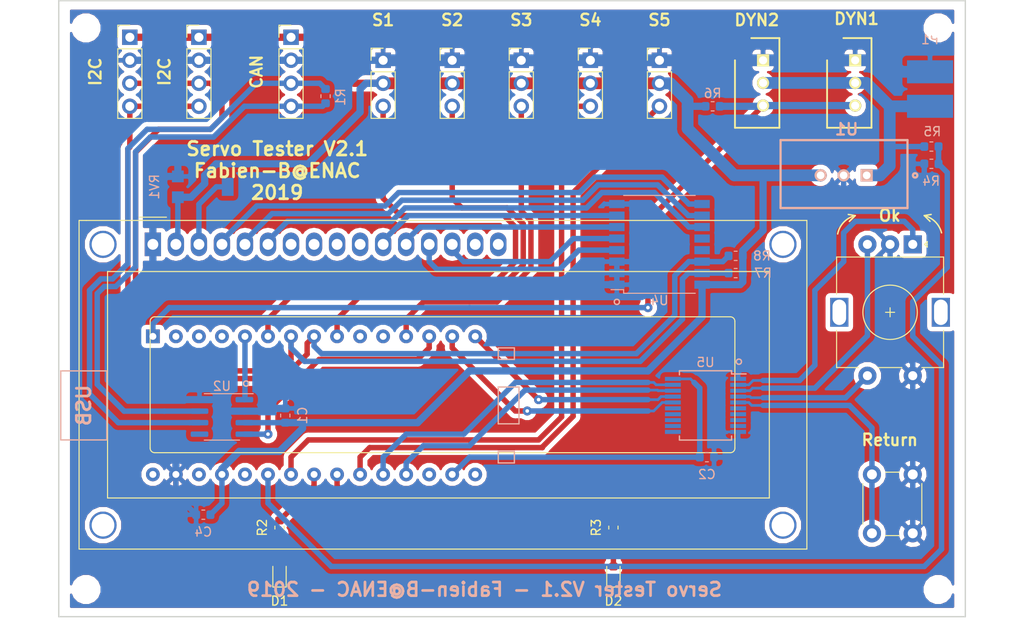
<source format=kicad_pcb>
(kicad_pcb (version 20171130) (host pcbnew 5.0.2-bee76a0~70~ubuntu18.04.1)
  (title_block (title Testeur) (date 2019-09-12) (rev 2.2) (company Fabien-B))
  (layers (0 F.Cu signal) (31 B.Cu signal) (34 B.Paste user) (35 F.Paste user) (36 B.SilkS user) (37 F.SilkS user) (38 B.Mask user) (39 F.Mask user) (44 Edge.Cuts user))
  (net 0 "")
  (net 1 GND)
  (net 2 +5V)
  (net 3 /ENC_A)
  (net 4 /ENC_B)
  (net 5 /RET_BTN)
  (net 6 /OK_BTN)
  (net 7 "Net-(D1-Pad2)")
  (net 8 "Net-(D2-Pad2)")
  (net 9 "Net-(DS1-Pad3)")
  (net 10 "Net-(DS1-Pad4)")
  (net 11 "Net-(DS1-Pad5)")
  (net 12 "Net-(DS1-Pad6)")
  (net 13 "Net-(DS1-Pad11)")
  (net 14 "Net-(DS1-Pad12)")
  (net 15 "Net-(DS1-Pad13)")
  (net 16 "Net-(DS1-Pad14)")
  (net 17 /I2C1_SDA)
  (net 18 /I2C1_SCL)
  (net 19 /SERVO1)
  (net 20 /SERVO2)
  (net 21 /SERVO3)
  (net 22 /SERVO4)
  (net 23 /SERVO5)
  (net 24 /DYNAMIXEL)
  (net 25 +12V)
  (net 26 "Net-(R2-Pad2)")
  (net 27 "Net-(R3-Pad2)")
  (net 28 /BAT_MEAS)
  (net 29 /CAN_TX)
  (net 30 /CAN_RX)
  (net 31 +3V3)
  (net 32 "Net-(CAN1-Pad4)")
  (net 33 "Net-(CAN1-Pad3)")
  (net 34 "Net-(OK1-PadS1)")
  (net 35 "Net-(OK1-PadB)")
  (net 36 "Net-(OK1-PadA)")
  (net 37 "Net-(Ret1-Pad2)")
  (module MountingHole:MountingHole_2.2mm_M2 (layer F.Cu) (at 112 127)
    (fp_text reference REF** hide)
    (fp_text value MountingHole_2.2mm_M2)
    (pad 1 np_thru_hole circle (at 0 0) (size 2.2 2.2) (drill 2.2) (layers *.Cu *.Mask))
  )
  (module MountingHole:MountingHole_2.2mm_M2 (layer F.Cu) (at 206 127)
    (fp_text reference REF** hide)
    (fp_text value MountingHole_2.2mm_M2)
    (pad 1 np_thru_hole circle (at 0 0) (size 2.2 2.2) (drill 2.2) (layers *.Cu *.Mask))
  )
  (module MountingHole:MountingHole_2.2mm_M2 (layer F.Cu) (at 206 65)
    (fp_text reference REF** hide)
    (fp_text value MountingHole_2.2mm_M2)
    (pad 1 np_thru_hole circle (at 0 0) (size 2.2 2.2) (drill 2.2) (layers *.Cu *.Mask))
  )
  (module Connector_PinHeader_2.54mm:PinHeader_1x03_P2.54mm_Vertical (layer F.Cu) (at 144.78 68.58)
    (fp_text reference S1 (at 0 -4.445) (layer F.SilkS) (effects (font (size 1.27 1.27) (thickness 0.254))))
    (fp_text value S1)
    (pad 1 thru_hole rect (at 0 0) (size 1.7 1.7) (drill 1) (layers *.Cu *.Mask) (net 1 GND))
    (pad 2 thru_hole oval (at 0 2.54) (size 1.7 1.7) (drill 1) (layers *.Cu *.Mask) (net 2 +5V))
    (pad 3 thru_hole oval (at 0 5.08) (size 1.7 1.7) (drill 1) (layers *.Cu *.Mask) (net 19 /SERVO1))
  )
  (module Capacitor_SMD:C_0603_1608Metric (layer B.Cu) (at 133.985 107.7975 270)
    (fp_text reference C1 (at 0 -1.905 90) (layer B.SilkS) (effects (justify mirror)))
    (fp_text value 100n)
    (pad 1 smd roundrect (at -0.7875 0 270) (size 0.875 0.95) (layers B.Cu B.Paste B.Mask) (net 1 GND))
    (pad 2 smd roundrect (at 0.7875 0 270) (size 0.875 0.95) (layers B.Cu B.Paste B.Mask) (net 2 +5V))
  )
  (module Capacitor_SMD:C_0603_1608Metric (layer B.Cu) (at 180.4925 112.395 180)
    (fp_text reference C2 (at 0 -1.905) (layer B.SilkS) (effects (justify mirror)))
    (fp_text value 100n)
    (pad 1 smd roundrect (at -0.7875 0 180) (size 0.875 0.95) (layers B.Cu B.Paste B.Mask) (net 1 GND))
    (pad 2 smd roundrect (at 0.7875 0 180) (size 0.875 0.95) (layers B.Cu B.Paste B.Mask) (net 31 +3V3))
  )
  (module Capacitor_SMD:C_0603_1608Metric (layer B.Cu) (at 124.9425 118.745)
    (fp_text reference C4 (at 0 1.905) (layer B.SilkS) (effects (justify mirror)))
    (fp_text value 100n)
    (pad 2 smd roundrect (at 0.7875 0) (size 0.875 0.95) (layers B.Cu B.Paste B.Mask) (net 2 +5V))
    (pad 1 smd roundrect (at -0.7875 0) (size 0.875 0.95) (layers B.Cu B.Paste B.Mask) (net 1 GND))
  )
  (module LED_SMD:LED_0603_1608Metric (layer F.Cu) (at 133.35 125.2475 90)
    (fp_text reference D1 (at -3.0225 0 180) (layer F.SilkS))
    (fp_text value LED)
    (pad 1 smd roundrect (at -0.7875 0 90) (size 0.875 0.95) (layers F.Cu F.Paste F.Mask) (net 1 GND))
    (pad 2 smd roundrect (at 0.7875 0 90) (size 0.875 0.95) (layers F.Cu F.Paste F.Mask) (net 7 "Net-(D1-Pad2)"))
  )
  (module LED_SMD:LED_0603_1608Metric (layer F.Cu) (at 170.18 125.2475 90)
    (fp_text reference D2 (at -3.0225 0 180) (layer F.SilkS))
    (fp_text value LED)
    (pad 2 smd roundrect (at 0.7875 0 90) (size 0.875 0.95) (layers F.Cu F.Paste F.Mask) (net 8 "Net-(D2-Pad2)"))
    (pad 1 smd roundrect (at -0.7875 0 90) (size 0.875 0.95) (layers F.Cu F.Paste F.Mask) (net 1 GND))
  )
  (module Display:WC1602A (layer F.Cu) (at 119.38 88.9)
    (fp_text reference DS1 hide)
    (fp_text value WC1602A)
    (pad 1 thru_hole rect (at 0 0) (size 1.8 2.6) (drill 1.2) (layers *.Cu *.Mask) (net 1 GND))
    (pad 2 thru_hole oval (at 2.54 0) (size 1.8 2.6) (drill 1.2) (layers *.Cu *.Mask) (net 2 +5V))
    (pad 3 thru_hole oval (at 5.08 0) (size 1.8 2.6) (drill 1.2) (layers *.Cu *.Mask) (net 9 "Net-(DS1-Pad3)"))
    (pad 4 thru_hole oval (at 7.62 0) (size 1.8 2.6) (drill 1.2) (layers *.Cu *.Mask) (net 10 "Net-(DS1-Pad4)"))
    (pad 5 thru_hole oval (at 10.16 0) (size 1.8 2.6) (drill 1.2) (layers *.Cu *.Mask) (net 11 "Net-(DS1-Pad5)"))
    (pad 6 thru_hole oval (at 12.7 0) (size 1.8 2.6) (drill 1.2) (layers *.Cu *.Mask) (net 12 "Net-(DS1-Pad6)"))
    (pad 7 thru_hole oval (at 15.24 0) (size 1.8 2.6) (drill 1.2) (layers *.Cu *.Mask))
    (pad 8 thru_hole oval (at 17.78 0) (size 1.8 2.6) (drill 1.2) (layers *.Cu *.Mask))
    (pad 9 thru_hole oval (at 20.32 0) (size 1.8 2.6) (drill 1.2) (layers *.Cu *.Mask))
    (pad 10 thru_hole oval (at 22.86 0) (size 1.8 2.6) (drill 1.2) (layers *.Cu *.Mask))
    (pad 11 thru_hole oval (at 25.4 0) (size 1.8 2.6) (drill 1.2) (layers *.Cu *.Mask) (net 13 "Net-(DS1-Pad11)"))
    (pad 12 thru_hole oval (at 27.94 0) (size 1.8 2.6) (drill 1.2) (layers *.Cu *.Mask) (net 14 "Net-(DS1-Pad12)"))
    (pad 13 thru_hole oval (at 30.48 0) (size 1.8 2.6) (drill 1.2) (layers *.Cu *.Mask) (net 15 "Net-(DS1-Pad13)"))
    (pad 14 thru_hole oval (at 33.02 0) (size 1.8 2.6) (drill 1.2) (layers *.Cu *.Mask) (net 16 "Net-(DS1-Pad14)"))
    (pad 15 thru_hole oval (at 35.56 0) (size 1.8 2.6) (drill 1.2) (layers *.Cu *.Mask))
    (pad 16 thru_hole oval (at 38.1 0) (size 1.8 2.6) (drill 1.2) (layers *.Cu *.Mask))
    (pad "" thru_hole circle (at -5.4991 0) (size 3 3) (drill 2.5) (layers *.Cu *.Mask))
    (pad "" thru_hole circle (at -5.4991 31.0007) (size 3 3) (drill 2.5) (layers *.Cu *.Mask))
    (pad "" thru_hole circle (at 69.49948 31.0007) (size 3 3) (drill 2.5) (layers *.Cu *.Mask))
    (pad "" thru_hole circle (at 69.5 0) (size 3 3) (drill 2.5) (layers *.Cu *.Mask))
  )
  (module Connector_PinHeader_2.54mm:PinHeader_1x04_P2.54mm_Vertical (layer F.Cu) (at 116.84 66.04)
    (fp_text reference I2C1 hide)
    (fp_text value I2C_a)
    (pad 1 thru_hole rect (at 0 0) (size 1.7 1.7) (drill 1) (layers *.Cu *.Mask) (net 2 +5V))
    (pad 2 thru_hole oval (at 0 2.54) (size 1.7 1.7) (drill 1) (layers *.Cu *.Mask) (net 1 GND))
    (pad 3 thru_hole oval (at 0 5.08) (size 1.7 1.7) (drill 1) (layers *.Cu *.Mask) (net 17 /I2C1_SDA))
    (pad 4 thru_hole oval (at 0 7.62) (size 1.7 1.7) (drill 1) (layers *.Cu *.Mask) (net 18 /I2C1_SCL))
  )
  (module Connector_PinHeader_2.54mm:PinHeader_1x04_P2.54mm_Vertical (layer F.Cu) (at 124.46 66.04)
    (fp_text reference JI2C1 hide)
    (fp_text value I2C_b)
    (pad 1 thru_hole rect (at 0 0) (size 1.7 1.7) (drill 1) (layers *.Cu *.Mask) (net 2 +5V))
    (pad 2 thru_hole oval (at 0 2.54) (size 1.7 1.7) (drill 1) (layers *.Cu *.Mask) (net 1 GND))
    (pad 3 thru_hole oval (at 0 5.08) (size 1.7 1.7) (drill 1) (layers *.Cu *.Mask) (net 17 /I2C1_SDA))
    (pad 4 thru_hole oval (at 0 7.62) (size 1.7 1.7) (drill 1) (layers *.Cu *.Mask) (net 18 /I2C1_SCL))
  )
  (module Connector_PinHeader_2.54mm:PinHeader_1x03_P2.54mm_Vertical (layer F.Cu) (at 152.4 68.58)
    (fp_text reference S2 (at 0 -4.445) (layer F.SilkS) (effects (font (size 1.27 1.27) (thickness 0.254))))
    (fp_text value S2)
    (pad 3 thru_hole oval (at 0 5.08) (size 1.7 1.7) (drill 1) (layers *.Cu *.Mask) (net 20 /SERVO2))
    (pad 2 thru_hole oval (at 0 2.54) (size 1.7 1.7) (drill 1) (layers *.Cu *.Mask) (net 2 +5V))
    (pad 1 thru_hole rect (at 0 0) (size 1.7 1.7) (drill 1) (layers *.Cu *.Mask) (net 1 GND))
  )
  (module Connector_PinHeader_2.54mm:PinHeader_1x03_P2.54mm_Vertical (layer F.Cu) (at 160.02 68.58)
    (fp_text reference S3 (at 0 -4.445) (layer F.SilkS) (effects (font (size 1.27 1.27) (thickness 0.254))))
    (fp_text value S3)
    (pad 1 thru_hole rect (at 0 0) (size 1.7 1.7) (drill 1) (layers *.Cu *.Mask) (net 1 GND))
    (pad 2 thru_hole oval (at 0 2.54) (size 1.7 1.7) (drill 1) (layers *.Cu *.Mask) (net 2 +5V))
    (pad 3 thru_hole oval (at 0 5.08) (size 1.7 1.7) (drill 1) (layers *.Cu *.Mask) (net 21 /SERVO3))
  )
  (module Connector_PinHeader_2.54mm:PinHeader_1x03_P2.54mm_Vertical (layer F.Cu) (at 167.64 68.58)
    (fp_text reference S4 (at 0 -4.445) (layer F.SilkS) (effects (font (size 1.27 1.27) (thickness 0.254))))
    (fp_text value S4)
    (pad 3 thru_hole oval (at 0 5.08) (size 1.7 1.7) (drill 1) (layers *.Cu *.Mask) (net 22 /SERVO4))
    (pad 2 thru_hole oval (at 0 2.54) (size 1.7 1.7) (drill 1) (layers *.Cu *.Mask) (net 2 +5V))
    (pad 1 thru_hole rect (at 0 0) (size 1.7 1.7) (drill 1) (layers *.Cu *.Mask) (net 1 GND))
  )
  (module Connector_PinHeader_2.54mm:PinHeader_1x03_P2.54mm_Vertical (layer F.Cu) (at 175.26 68.58)
    (fp_text reference S5 (at 0 -4.445) (layer F.SilkS) (effects (font (size 1.27 1.27) (thickness 0.254))))
    (fp_text value S5)
    (pad 1 thru_hole rect (at 0 0) (size 1.7 1.7) (drill 1) (layers *.Cu *.Mask) (net 1 GND))
    (pad 2 thru_hole oval (at 0 2.54) (size 1.7 1.7) (drill 1) (layers *.Cu *.Mask) (net 2 +5V))
    (pad 3 thru_hole oval (at 0 5.08) (size 1.7 1.7) (drill 1) (layers *.Cu *.Mask) (net 23 /SERVO5))
  )
  (module myFootprints:SHDR3W70P0X250_1X3_990X490X590P (layer F.Cu) (at 196.85 68.58 90)
    (fp_text reference DYN1 (at 4.58 0.15 180) (layer F.SilkS) (effects (font (size 1.27 1.27) (thickness 0.254))))
    (fp_text value 22-03-5035 hide)
    (pad 1 thru_hole rect (at 0 0 180) (size 1.35 1.35) (drill 0.9) (layers *.Cu *.Mask F.SilkS) (net 1 GND))
    (pad 2 thru_hole circle (at -2.5 0 180) (size 1.35 1.35) (drill 0.9) (layers *.Cu *.Mask F.SilkS) (net 25 +12V))
    (pad 3 thru_hole circle (at -5 0 180) (size 1.35 1.35) (drill 0.9) (layers *.Cu *.Mask F.SilkS) (net 24 /DYNAMIXEL))
  )
  (module myFootprints:SHDR3W70P0X250_1X3_990X490X590P (layer F.Cu) (at 186.69 68.58 90)
    (fp_text reference DYN2 (at 4.445 -0.69 180) (layer F.SilkS) (effects (font (size 1.27 1.27) (thickness 0.254))))
    (fp_text value 22-03-5035 hide)
    (pad 3 thru_hole circle (at -5 0 180) (size 1.35 1.35) (drill 0.9) (layers *.Cu *.Mask F.SilkS) (net 24 /DYNAMIXEL))
    (pad 2 thru_hole circle (at -2.5 0 180) (size 1.35 1.35) (drill 0.9) (layers *.Cu *.Mask F.SilkS) (net 25 +12V))
    (pad 1 thru_hole rect (at 0 0 180) (size 1.35 1.35) (drill 0.9) (layers *.Cu *.Mask F.SilkS) (net 1 GND))
  )
  (module Connector_PinHeader_2.54mm:PinHeader_1x04_P2.54mm_Vertical (layer F.Cu) (at 134.62 66.04)
    (fp_text reference CAN1 hide)
    (fp_text value CAN)
    (pad 4 thru_hole oval (at 0 7.62) (size 1.7 1.7) (drill 1) (layers *.Cu *.Mask) (net 32 "Net-(CAN1-Pad4)"))
    (pad 3 thru_hole oval (at 0 5.08) (size 1.7 1.7) (drill 1) (layers *.Cu *.Mask) (net 33 "Net-(CAN1-Pad3)"))
    (pad 2 thru_hole oval (at 0 2.54) (size 1.7 1.7) (drill 1) (layers *.Cu *.Mask) (net 1 GND))
    (pad 1 thru_hole rect (at 0 0) (size 1.7 1.7) (drill 1) (layers *.Cu *.Mask) (net 2 +5V))
  )
  (module myFootprints:Power_pads (layer B.Cu) (at 205.105 71.755 180)
    (fp_text reference P1 (at 0 5.461) (layer B.SilkS) (effects (justify mirror)))
    (fp_text value Power_pads)
    (pad 1 smd rect (at 0 1.905 180) (size 5.08 2.54) (layers B.Cu B.Paste B.Mask) (net 1 GND))
    (pad 2 smd rect (at 0 -1.905 180) (size 5.08 2.54) (layers B.Cu B.Paste B.Mask) (net 25 +12V))
  )
  (module Resistor_SMD:R_0603_1608Metric (layer B.Cu) (at 138.43 72.5425 90)
    (fp_text reference R1 (at -0.1015 1.651 90) (layer B.SilkS) (effects (justify mirror)))
    (fp_text value 120)
    (pad 2 smd roundrect (at 0.7875 0 90) (size 0.875 0.95) (layers B.Cu B.Paste B.Mask) (net 33 "Net-(CAN1-Pad3)"))
    (pad 1 smd roundrect (at -0.7875 0 90) (size 0.875 0.95) (layers B.Cu B.Paste B.Mask) (net 32 "Net-(CAN1-Pad4)"))
  )
  (module Resistor_SMD:R_0603_1608Metric (layer F.Cu) (at 133.35 120.1675 90)
    (fp_text reference R2 (at 0 -1.905 90) (layer F.SilkS))
    (fp_text value R)
    (pad 2 smd roundrect (at 0.7875 0 90) (size 0.875 0.95) (layers F.Cu F.Paste F.Mask) (net 26 "Net-(R2-Pad2)"))
    (pad 1 smd roundrect (at -0.7875 0 90) (size 0.875 0.95) (layers F.Cu F.Paste F.Mask) (net 7 "Net-(D1-Pad2)"))
  )
  (module Resistor_SMD:R_0603_1608Metric (layer F.Cu) (at 170.18 120.1675 90)
    (fp_text reference R3 (at 0 -1.905 90) (layer F.SilkS))
    (fp_text value R)
    (pad 1 smd roundrect (at -0.7875 0 90) (size 0.875 0.95) (layers F.Cu F.Paste F.Mask) (net 8 "Net-(D2-Pad2)"))
    (pad 2 smd roundrect (at 0.7875 0 90) (size 0.875 0.95) (layers F.Cu F.Paste F.Mask) (net 27 "Net-(R3-Pad2)"))
  )
  (module Resistor_SMD:R_0603_1608Metric (layer B.Cu) (at 205.2575 78.105)
    (fp_text reference R4 (at -0.0255 3.81) (layer B.SilkS) (effects (justify mirror)))
    (fp_text value 10k)
    (pad 1 smd roundrect (at -0.7875 0) (size 0.875 0.95) (layers B.Cu B.Paste B.Mask) (net 25 +12V))
    (pad 2 smd roundrect (at 0.7875 0) (size 0.875 0.95) (layers B.Cu B.Paste B.Mask) (net 28 /BAT_MEAS))
  )
  (module Resistor_SMD:R_0603_1608Metric (layer B.Cu) (at 205.2575 80.01 180)
    (fp_text reference R5 (at -0.1015 3.556) (layer B.SilkS) (effects (justify mirror)))
    (fp_text value 2.2k)
    (pad 2 smd roundrect (at 0.7875 0 180) (size 0.875 0.95) (layers B.Cu B.Paste B.Mask) (net 1 GND))
    (pad 1 smd roundrect (at -0.7875 0 180) (size 0.875 0.95) (layers B.Cu B.Paste B.Mask) (net 28 /BAT_MEAS))
  )
  (module Resistor_SMD:R_0603_1608Metric (layer B.Cu) (at 181.1275 73.66 180)
    (fp_text reference R6 (at 0 1.43) (layer B.SilkS) (effects (justify mirror)))
    (fp_text value 1k)
    (pad 2 smd roundrect (at 0.7875 0 180) (size 0.875 0.95) (layers B.Cu B.Paste B.Mask) (net 2 +5V))
    (pad 1 smd roundrect (at -0.7875 0 180) (size 0.875 0.95) (layers B.Cu B.Paste B.Mask) (net 24 /DYNAMIXEL))
  )
  (module Resistor_SMD:R_0603_1608Metric (layer B.Cu) (at 183.6675 92.075 180)
    (fp_text reference R7 (at -3.0225 0) (layer B.SilkS) (effects (justify mirror)))
    (fp_text value 2.2k)
    (pad 1 smd roundrect (at -0.7875 0 180) (size 0.875 0.95) (layers B.Cu B.Paste B.Mask) (net 2 +5V))
    (pad 2 smd roundrect (at 0.7875 0 180) (size 0.875 0.95) (layers B.Cu B.Paste B.Mask) (net 17 /I2C1_SDA))
  )
  (module Resistor_SMD:R_0603_1608Metric (layer B.Cu) (at 183.6675 90.17 180)
    (fp_text reference R8 (at -2.8955 0) (layer B.SilkS) (effects (justify mirror)))
    (fp_text value 2.2k)
    (pad 1 smd roundrect (at -0.7875 0 180) (size 0.875 0.95) (layers B.Cu B.Paste B.Mask) (net 2 +5V))
    (pad 2 smd roundrect (at 0.7875 0 180) (size 0.875 0.95) (layers B.Cu B.Paste B.Mask) (net 18 /I2C1_SCL))
  )
  (module myFootprints:TS53YL (layer B.Cu) (at 124.635 82.55 90)
    (fp_text reference RV1 (at 0 -5.08 90) (layer B.SilkS) (effects (justify mirror)))
    (fp_text value R_POT)
    (pad 3 smd rect (at -1.15 -2.5 90) (size 1.3 1.3) (layers B.Cu B.Paste B.Mask) (net 2 +5V))
    (pad 1 smd rect (at 1.15 -2.5 90) (size 1.3 1.3) (layers B.Cu B.Paste B.Mask) (net 1 GND))
    (pad 2 smd rect (at 0 3 90) (size 2 1.3) (layers B.Cu B.Paste B.Mask) (net 9 "Net-(DS1-Pad3)"))
  )
  (module Rotary_Encoder:RotaryEncoder_Alps_EC11E-Switch_Vertical_H20mm (layer F.Cu) (at 203.2 88.9 270)
    (fp_text reference OK1 hide)
    (fp_text value Rotary_Encoder_Switch)
    (pad S1 thru_hole circle (at 14.5 5 270) (size 2 2) (drill 1) (layers *.Cu *.Mask) (net 34 "Net-(OK1-PadS1)"))
    (pad S2 thru_hole circle (at 14.5 0 270) (size 2 2) (drill 1) (layers *.Cu *.Mask) (net 1 GND))
    (pad MP thru_hole rect (at 7.5 8.1 270) (size 3.2 2) (drill oval 2.8 1.5) (layers *.Cu *.Mask))
    (pad MP thru_hole rect (at 7.5 -3.1 270) (size 3.2 2) (drill oval 2.8 1.5) (layers *.Cu *.Mask))
    (pad B thru_hole circle (at 0 5 270) (size 2 2) (drill 1) (layers *.Cu *.Mask) (net 35 "Net-(OK1-PadB)"))
    (pad C thru_hole circle (at 0 2.5 270) (size 2 2) (drill 1) (layers *.Cu *.Mask) (net 1 GND))
    (pad A thru_hole rect (at 0 0 270) (size 2 2) (drill 1) (layers *.Cu *.Mask) (net 36 "Net-(OK1-PadA)"))
  )
  (module Button_Switch_THT:SW_PUSH_6mm_H5mm (layer F.Cu) (at 203.2 114.3 270)
    (fp_text reference Ret1 hide)
    (fp_text value return)
    (pad 2 thru_hole circle (at 0 4.5) (size 2 2) (drill 1.1) (layers *.Cu *.Mask) (net 37 "Net-(Ret1-Pad2)"))
    (pad 1 thru_hole circle (at 0 0) (size 2 2) (drill 1.1) (layers *.Cu *.Mask) (net 1 GND))
    (pad 2 thru_hole circle (at 6.5 4.5) (size 2 2) (drill 1.1) (layers *.Cu *.Mask) (net 37 "Net-(Ret1-Pad2)"))
    (pad 1 thru_hole circle (at 6.5 0) (size 2 2) (drill 1.1) (layers *.Cu *.Mask) (net 1 GND))
  )
  (module myFootprints:TSR-2 (layer B.Cu) (at 198.12 81.28 180)
    (fp_text reference U1 (at 2.217 5.08) (layer B.SilkS) (effects (font (size 1.27 1.27) (thickness 0.254)) (justify mirror)))
    (fp_text value TSR_2-2450 hide)
    (pad 1 thru_hole rect (at 0 0 90) (size 1.35 1.35) (drill 0.85) (layers *.Cu *.Mask B.SilkS) (net 25 +12V))
    (pad 2 thru_hole circle (at 2.54 0 90) (size 1.35 1.35) (drill 0.85) (layers *.Cu *.Mask B.SilkS) (net 1 GND))
    (pad 3 thru_hole circle (at 5.08 0 90) (size 1.35 1.35) (drill 0.85) (layers *.Cu *.Mask B.SilkS) (net 2 +5V))
  )
  (module Package_SO:SOIC-8_3.9x4.9mm_P1.27mm (layer B.Cu) (at 127 107.95 180)
    (fp_text reference U2 (at 0 3.4) (layer B.SilkS) (effects (justify mirror)))
    (fp_text value MCP2551-I-SN)
    (pad 1 smd roundrect (at -2.475 1.905 180) (size 1.95 0.6) (layers B.Cu B.Paste B.Mask) (net 29 /CAN_TX))
    (pad 2 smd roundrect (at -2.475 0.635 180) (size 1.95 0.6) (layers B.Cu B.Paste B.Mask) (net 1 GND))
    (pad 3 smd roundrect (at -2.475 -0.635 180) (size 1.95 0.6) (layers B.Cu B.Paste B.Mask) (net 2 +5V))
    (pad 4 smd roundrect (at -2.475 -1.905 180) (size 1.95 0.6) (layers B.Cu B.Paste B.Mask) (net 30 /CAN_RX))
    (pad 5 smd roundrect (at 2.475 -1.905 180) (size 1.95 0.6) (layers B.Cu B.Paste B.Mask))
    (pad 6 smd roundrect (at 2.475 -0.635 180) (size 1.95 0.6) (layers B.Cu B.Paste B.Mask) (net 33 "Net-(CAN1-Pad3)"))
    (pad 7 smd roundrect (at 2.475 0.635 180) (size 1.95 0.6) (layers B.Cu B.Paste B.Mask) (net 32 "Net-(CAN1-Pad4)"))
    (pad 8 smd roundrect (at 2.475 1.905 180) (size 1.95 0.6) (layers B.Cu B.Paste B.Mask) (net 1 GND))
  )
  (module myFootprints:NUCLEO32 (layer B.Cu) (at 137.16 106.68 270)
    (fp_text reference U3 hide)
    (fp_text value NUCLEO32-L432KC hide)
    (pad 8 thru_hole circle (at -7.62 0 270) (size 1.524 1.524) (drill 0.762) (layers *.Cu *.Mask) (net 18 /I2C1_SCL))
    (pad 7 thru_hole circle (at -7.62 2.54 270) (size 1.524 1.524) (drill 0.762) (layers *.Cu *.Mask) (net 17 /I2C1_SDA))
    (pad 6 thru_hole circle (at -7.62 5.08 270) (size 1.524 1.524) (drill 0.762) (layers *.Cu *.Mask) (net 19 /SERVO1))
    (pad 5 thru_hole circle (at -7.62 7.62 270) (size 1.524 1.524) (drill 0.762) (layers *.Cu *.Mask) (net 29 /CAN_TX))
    (pad 4 thru_hole circle (at -7.62 10.16 270) (size 1.524 1.524) (drill 0.762) (layers *.Cu *.Mask))
    (pad 3 thru_hole circle (at -7.62 12.7 270) (size 1.524 1.524) (drill 0.762) (layers *.Cu *.Mask))
    (pad 2 thru_hole circle (at -7.62 15.24 270) (size 1.524 1.524) (drill 0.762) (layers *.Cu *.Mask))
    (pad 1 thru_hole rect (at -7.62 17.78 270) (size 1.524 1.524) (drill 0.762) (layers *.Cu *.Mask) (net 24 /DYNAMIXEL))
    (pad 9 thru_hole circle (at -7.62 -2.54 270) (size 1.524 1.524) (drill 0.762) (layers *.Cu *.Mask) (net 20 /SERVO2))
    (pad 10 thru_hole circle (at -7.62 -5.08 270) (size 1.524 1.524) (drill 0.762) (layers *.Cu *.Mask))
    (pad 11 thru_hole circle (at -7.62 -7.62 270) (size 1.524 1.524) (drill 0.762) (layers *.Cu *.Mask))
    (pad 12 thru_hole circle (at -7.62 -10.16 270) (size 1.524 1.524) (drill 0.762) (layers *.Cu *.Mask) (net 21 /SERVO3))
    (pad 13 thru_hole circle (at -7.62 -12.7 270) (size 1.524 1.524) (drill 0.762) (layers *.Cu *.Mask) (net 30 /CAN_RX))
    (pad 14 thru_hole circle (at -7.62 -15.24 270) (size 1.524 1.524) (drill 0.762) (layers *.Cu *.Mask) (net 5 /RET_BTN))
    (pad 15 thru_hole circle (at -7.62 -17.78 270) (size 1.524 1.524) (drill 0.762) (layers *.Cu *.Mask) (net 6 /OK_BTN))
    (pad 30 thru_hole circle (at 7.62 17.78 270) (size 1.524 1.524) (drill 0.762) (layers *.Cu *.Mask))
    (pad 29 thru_hole circle (at 7.62 15.24 270) (size 1.524 1.524) (drill 0.762) (layers *.Cu *.Mask) (net 1 GND))
    (pad 28 thru_hole circle (at 7.62 12.7 270) (size 1.524 1.524) (drill 0.762) (layers *.Cu *.Mask))
    (pad 27 thru_hole circle (at 7.62 10.16 270) (size 1.524 1.524) (drill 0.762) (layers *.Cu *.Mask) (net 2 +5V))
    (pad 26 thru_hole circle (at 7.62 7.62 270) (size 1.524 1.524) (drill 0.762) (layers *.Cu *.Mask))
    (pad 25 thru_hole circle (at 7.62 5.08 270) (size 1.524 1.524) (drill 0.762) (layers *.Cu *.Mask) (net 28 /BAT_MEAS))
    (pad 24 thru_hole circle (at 7.62 2.54 270) (size 1.524 1.524) (drill 0.762) (layers *.Cu *.Mask) (net 22 /SERVO4))
    (pad 23 thru_hole circle (at 7.62 0 270) (size 1.524 1.524) (drill 0.762) (layers *.Cu *.Mask) (net 26 "Net-(R2-Pad2)"))
    (pad 22 thru_hole circle (at 7.62 -2.54 270) (size 1.524 1.524) (drill 0.762) (layers *.Cu *.Mask) (net 27 "Net-(R3-Pad2)"))
    (pad 21 thru_hole circle (at 7.62 -5.08 270) (size 1.524 1.524) (drill 0.762) (layers *.Cu *.Mask) (net 23 /SERVO5))
    (pad 20 thru_hole circle (at 7.62 -7.62 270) (size 1.524 1.524) (drill 0.762) (layers *.Cu *.Mask) (net 3 /ENC_A))
    (pad 19 thru_hole circle (at 7.62 -10.16 270) (size 1.524 1.524) (drill 0.762) (layers *.Cu *.Mask) (net 4 /ENC_B))
    (pad 18 thru_hole circle (at 7.62 -12.7 270) (size 1.524 1.524) (drill 0.762) (layers *.Cu *.Mask))
    (pad 17 thru_hole circle (at 7.62 -15.24 270) (size 1.524 1.524) (drill 0.762) (layers *.Cu *.Mask) (net 31 +3V3))
    (pad 16 thru_hole circle (at 7.62 -17.78 270) (size 1.524 1.524) (drill 0.762) (layers *.Cu *.Mask))
  )
  (module myFootprints:SOP-16_7.5x10.4mm_P1.27mm (layer B.Cu) (at 175.26 88.9)
    (fp_text reference U4 (at 0 6.2) (layer B.SilkS) (effects (justify mirror)))
    (fp_text value PCA9554D)
    (pad 16 smd rect (at 4.7 4.45) (size 1.7 0.9) (layers B.Cu B.Paste B.Mask) (net 2 +5V))
    (pad 15 smd rect (at 4.7 3.17) (size 1.7 0.9) (layers B.Cu B.Paste B.Mask) (net 17 /I2C1_SDA))
    (pad 14 smd rect (at 4.7 1.91) (size 1.7 0.9) (layers B.Cu B.Paste B.Mask) (net 18 /I2C1_SCL))
    (pad 13 smd rect (at 4.7 0.64) (size 1.7 0.9) (layers B.Cu B.Paste B.Mask))
    (pad 12 smd rect (at 4.7 -0.64) (size 1.7 0.9) (layers B.Cu B.Paste B.Mask))
    (pad 11 smd rect (at 4.7 -1.91) (size 1.7 0.9) (layers B.Cu B.Paste B.Mask) (net 12 "Net-(DS1-Pad6)"))
    (pad 10 smd rect (at 4.7 -3.17) (size 1.7 0.9) (layers B.Cu B.Paste B.Mask) (net 11 "Net-(DS1-Pad5)"))
    (pad 9 smd rect (at 4.7 -4.45) (size 1.7 0.9) (layers B.Cu B.Paste B.Mask) (net 10 "Net-(DS1-Pad4)"))
    (pad 8 smd rect (at -4.7 -4.45) (size 1.7 0.9) (layers B.Cu B.Paste B.Mask) (net 1 GND))
    (pad 7 smd rect (at -4.7 -3.17) (size 1.7 0.9) (layers B.Cu B.Paste B.Mask) (net 13 "Net-(DS1-Pad11)"))
    (pad 6 smd rect (at -4.7 -1.91) (size 1.7 0.9) (layers B.Cu B.Paste B.Mask) (net 14 "Net-(DS1-Pad12)"))
    (pad 5 smd rect (at -4.7 -0.64) (size 1.7 0.9) (layers B.Cu B.Paste B.Mask) (net 16 "Net-(DS1-Pad14)"))
    (pad 4 smd rect (at -4.7 0.64) (size 1.7 0.9) (layers B.Cu B.Paste B.Mask) (net 15 "Net-(DS1-Pad13)"))
    (pad 3 smd rect (at -4.7 1.91) (size 1.7 0.9) (layers B.Cu B.Paste B.Mask) (net 1 GND))
    (pad 2 smd rect (at -4.7 3.17) (size 1.7 0.9) (layers B.Cu B.Paste B.Mask) (net 1 GND))
    (pad 1 smd rect (at -4.7 4.45) (size 1.7 0.9) (layers B.Cu B.Paste B.Mask) (net 1 GND))
  )
  (module Package_SO:SSOP-20_5.3x7.2mm_P0.65mm (layer B.Cu) (at 180.34 106.68 180)
    (fp_text reference U5 (at 0 4.75) (layer B.SilkS) (effects (justify mirror)))
    (fp_text value MAX6818)
    (pad 1 smd rect (at -3.6 2.925 180) (size 1.75 0.45) (layers B.Cu B.Paste B.Mask) (net 1 GND))
    (pad 2 smd rect (at -3.6 2.275 180) (size 1.75 0.45) (layers B.Cu B.Paste B.Mask) (net 36 "Net-(OK1-PadA)"))
    (pad 3 smd rect (at -3.6 1.625 180) (size 1.75 0.45) (layers B.Cu B.Paste B.Mask) (net 35 "Net-(OK1-PadB)"))
    (pad 4 smd rect (at -3.6 0.975 180) (size 1.75 0.45) (layers B.Cu B.Paste B.Mask) (net 34 "Net-(OK1-PadS1)"))
    (pad 5 smd rect (at -3.6 0.325 180) (size 1.75 0.45) (layers B.Cu B.Paste B.Mask) (net 37 "Net-(Ret1-Pad2)"))
    (pad 6 smd rect (at -3.6 -0.325 180) (size 1.75 0.45) (layers B.Cu B.Paste B.Mask))
    (pad 7 smd rect (at -3.6 -0.975 180) (size 1.75 0.45) (layers B.Cu B.Paste B.Mask))
    (pad 8 smd rect (at -3.6 -1.625 180) (size 1.75 0.45) (layers B.Cu B.Paste B.Mask))
    (pad 9 smd rect (at -3.6 -2.275 180) (size 1.75 0.45) (layers B.Cu B.Paste B.Mask))
    (pad 10 smd rect (at -3.6 -2.925 180) (size 1.75 0.45) (layers B.Cu B.Paste B.Mask) (net 1 GND))
    (pad 11 smd rect (at 3.6 -2.925 180) (size 1.75 0.45) (layers B.Cu B.Paste B.Mask))
    (pad 12 smd rect (at 3.6 -2.275 180) (size 1.75 0.45) (layers B.Cu B.Paste B.Mask))
    (pad 13 smd rect (at 3.6 -1.625 180) (size 1.75 0.45) (layers B.Cu B.Paste B.Mask))
    (pad 14 smd rect (at 3.6 -0.975 180) (size 1.75 0.45) (layers B.Cu B.Paste B.Mask))
    (pad 15 smd rect (at 3.6 -0.325 180) (size 1.75 0.45) (layers B.Cu B.Paste B.Mask))
    (pad 16 smd rect (at 3.6 0.325 180) (size 1.75 0.45) (layers B.Cu B.Paste B.Mask) (net 5 /RET_BTN))
    (pad 17 smd rect (at 3.6 0.975 180) (size 1.75 0.45) (layers B.Cu B.Paste B.Mask) (net 6 /OK_BTN))
    (pad 18 smd rect (at 3.6 1.625 180) (size 1.75 0.45) (layers B.Cu B.Paste B.Mask) (net 4 /ENC_B))
    (pad 19 smd rect (at 3.6 2.275 180) (size 1.75 0.45) (layers B.Cu B.Paste B.Mask) (net 3 /ENC_A))
    (pad 20 smd rect (at 3.6 2.925 180) (size 1.75 0.45) (layers B.Cu B.Paste B.Mask) (net 31 +3V3))
  )
  (module MountingHole:MountingHole_2.2mm_M2 (layer F.Cu) (at 112 65)
    (fp_text reference REF** hide)
    (fp_text value MountingHole_2.2mm_M2)
    (pad 1 np_thru_hole circle (at 0 0) (size 2.2 2.2) (drill 2.2) (layers *.Cu *.Mask))
  )
  (gr_text USB (at 111.76 106.68 90) (layer B.SilkS) (effects (font (size 1.5 1.5) (thickness 0.3)) (justify mirror)))
  (gr_text "Servo Tester V2.1 - Fabien-B@ENAC - 2019" (at 155.956 127) (layer B.SilkS) (effects (font (size 1.5 1.5) (thickness 0.3)) (justify mirror)))
  (gr_text "Servo Tester V2.1\nFabien-B@ENAC\n2019" (at 133.096 80.772) (layer F.SilkS) (effects (font (size 1.5 1.5) (thickness 0.3))))
  (gr_text CAN (at 130.81 69.85 90) (layer F.SilkS) (effects (font (size 1.27 1.27) (thickness 0.254))))
  (gr_text I2C (at 120.65 69.85 90) (layer F.SilkS) (effects (font (size 1.27 1.27) (thickness 0.254))))
  (gr_text I2C (at 113.03 69.85 90) (layer F.SilkS) (effects (font (size 1.27 1.27) (thickness 0.254))))
  (gr_line (start 204.47 85.725001) (end 205.232 85.598) (layer F.SilkS) (width 0.16))
  (gr_line (start 196.850001 85.725001) (end 196.088 85.598) (layer F.SilkS) (width 0.16))
  (gr_line (start 204.47 85.725001) (end 205.105 86.36) (layer F.SilkS) (width 0.16))
  (gr_line (start 196.215 86.36) (end 196.850001 85.725001) (layer F.SilkS) (width 0.16))
  (gr_line (start 196.850001 85.725001) (end 196.215 86.36) (layer F.SilkS) (width 0.16))
  (gr_arc (start 203.835 88.265) (end 206.374999 87.630001) (angle -61.92751306) (layer F.SilkS) (width 0.16))
  (gr_arc (start 197.485 88.265) (end 196.850001 85.725001) (angle -64.65382406) (layer F.SilkS) (width 0.16))
  (gr_text Ok (at 200.66 85.725) (layer F.SilkS) (effects (font (size 1.27 1.27) (thickness 0.254))))
  (gr_text Return (at 200.66 110.49) (layer F.SilkS) (effects (font (size 1.27 1.27) (thickness 0.254))))
  (gr_circle (center 170.561 95.25) (end 170.815 95.377) (layer B.SilkS) (width 0.16))
  (gr_circle (center 184.023 101.854) (end 184.277 101.981) (layer B.SilkS) (width 0.16))
  (gr_circle (center 129.667 104.267) (end 129.921 104.394) (layer B.SilkS) (width 0.16))
  (gr_line (start 109 62) (end 109 130) (layer Edge.Cuts) (width 0.15))
  (gr_line (start 209 62) (end 109 62) (layer Edge.Cuts) (width 0.15))
  (gr_line (start 209 130) (end 209 62) (layer Edge.Cuts) (width 0.15))
  (gr_line (start 109 130) (end 209 130) (layer Edge.Cuts) (width 0.15))
  (segment (start 170.56 90.81) (end 170.56 92.07) (width 0.6) (layer B.Cu) (net 1))
  (segment (start 170.56 92.07) (end 170.56 93.35) (width 0.6) (layer B.Cu) (net 1))
  (segment (start 172.01 90.81) (end 172.72 90.1) (width 0.6) (layer B.Cu) (net 1))
  (segment (start 170.56 90.81) (end 172.01 90.81) (width 0.6) (layer B.Cu) (net 1))
  (segment (start 172.72 90.1) (end 172.72 85.09) (width 0.6) (layer B.Cu) (net 1))
  (segment (start 172.08 84.45) (end 170.56 84.45) (width 0.6) (layer B.Cu) (net 1))
  (segment (start 172.72 85.09) (end 172.08 84.45) (width 0.6) (layer B.Cu) (net 1))
  (segment (start 175.26 68.58) (end 167.64 68.58) (width 1.3) (layer B.Cu) (net 1))
  (segment (start 167.64 68.58) (end 160.02 68.58) (width 1.3) (layer B.Cu) (net 1))
  (segment (start 160.02 68.58) (end 152.4 68.58) (width 1.3) (layer B.Cu) (net 1))
  (segment (start 152.4 68.58) (end 144.78 68.58) (width 1.3) (layer B.Cu) (net 1))
  (segment (start 134.62 68.58) (end 124.46 68.58) (width 0.8) (layer B.Cu) (net 1))
  (segment (start 124.46 68.58) (end 116.84 68.58) (width 0.8) (layer B.Cu) (net 1))
  (segment (start 186.69 68.58) (end 196.85 68.58) (width 1.3) (layer B.Cu) (net 1))
  (segment (start 186.69 68.58) (end 175.26 68.58) (width 1.3) (layer B.Cu) (net 1))
  (segment (start 195.58 81.28) (end 195.58 79.375) (width 1.3) (layer F.Cu) (net 1))
  (segment (start 195.58 79.375) (end 194.31 78.105) (width 1.3) (layer F.Cu) (net 1))
  (segment (start 194.31 78.105) (end 194.31 69.215) (width 1.3) (layer F.Cu) (net 1))
  (segment (start 194.945 68.58) (end 196.85 68.58) (width 1.3) (layer F.Cu) (net 1))
  (segment (start 194.31 69.215) (end 194.945 68.58) (width 1.3) (layer F.Cu) (net 1))
  (segment (start 124.525 106.045) (end 126.365 106.045) (width 0.8) (layer B.Cu) (net 1))
  (segment (start 127.635 107.315) (end 129.475 107.315) (width 0.8) (layer B.Cu) (net 1))
  (segment (start 133.985 107.01) (end 132.385 107.01) (width 0.8) (layer B.Cu) (net 1))
  (segment (start 132.08 107.315) (end 129.475 107.315) (width 0.8) (layer B.Cu) (net 1))
  (segment (start 132.385 107.01) (end 132.08 107.315) (width 0.8) (layer B.Cu) (net 1))
  (segment (start 119.38 87) (end 119.38 88.9) (width 0.8) (layer B.Cu) (net 1))
  (segment (start 120.885 81.4) (end 119.38 82.905) (width 0.8) (layer B.Cu) (net 1))
  (segment (start 119.38 82.905) (end 119.38 87) (width 0.8) (layer B.Cu) (net 1))
  (segment (start 122.135 81.4) (end 120.885 81.4) (width 0.8) (layer B.Cu) (net 1))
  (segment (start 203.2 120.8) (end 203.2 114.3) (width 0.6) (layer B.Cu) (net 1))
  (segment (start 203.2 114.3) (end 203.2 103.4) (width 0.6) (layer B.Cu) (net 1))
  (segment (start 200.7 90.314213) (end 200.7 88.9) (width 0.6) (layer B.Cu) (net 1))
  (segment (start 203.2 101.985787) (end 200.7 99.485787) (width 0.6) (layer B.Cu) (net 1))
  (segment (start 203.2 103.4) (end 203.2 101.985787) (width 0.6) (layer B.Cu) (net 1))
  (segment (start 170.18 126.035) (end 133.35 126.035) (width 0.6) (layer F.Cu) (net 1))
  (segment (start 121.92 116.51) (end 124.155 118.745) (width 0.6) (layer B.Cu) (net 1))
  (segment (start 121.92 114.3) (end 121.92 116.51) (width 0.6) (layer B.Cu) (net 1))
  (segment (start 126.67 126.035) (end 133.35 126.035) (width 0.6) (layer F.Cu) (net 1))
  (segment (start 121.92 114.3) (end 121.92 121.285) (width 0.6) (layer F.Cu) (net 1))
  (segment (start 121.92 121.285) (end 126.67 126.035) (width 0.6) (layer F.Cu) (net 1))
  (segment (start 122.135 79.95) (end 123.345 78.74) (width 0.8) (layer B.Cu) (net 1))
  (segment (start 122.135 81.4) (end 122.135 79.95) (width 0.8) (layer B.Cu) (net 1))
  (segment (start 123.345 78.74) (end 135.89 78.74) (width 0.8) (layer B.Cu) (net 1))
  (segment (start 140.97 73.66) (end 140.97 68.58) (width 0.8) (layer B.Cu) (net 1))
  (segment (start 135.89 78.74) (end 140.97 73.66) (width 0.8) (layer B.Cu) (net 1))
  (segment (start 144.78 68.58) (end 140.97 68.58) (width 0.8) (layer B.Cu) (net 1))
  (segment (start 140.97 68.58) (end 134.62 68.58) (width 0.8) (layer B.Cu) (net 1))
  (segment (start 181.28 110.82) (end 181.28 112.395) (width 0.4) (layer B.Cu) (net 1))
  (segment (start 183.94 109.605) (end 182.495 109.605) (width 0.3) (layer B.Cu) (net 1))
  (segment (start 182.495 109.605) (end 181.28 110.82) (width 0.4) (layer B.Cu) (net 1))
  (segment (start 119.38 88.9) (end 119.38 93.345) (width 0.8) (layer B.Cu) (net 1))
  (segment (start 119.38 93.345) (end 116.84 95.885) (width 0.8) (layer B.Cu) (net 1))
  (segment (start 116.84 102.235) (end 120.65 106.045) (width 0.8) (layer B.Cu) (net 1))
  (segment (start 116.84 95.885) (end 116.84 102.235) (width 0.8) (layer B.Cu) (net 1))
  (segment (start 120.65 106.045) (end 124.525 106.045) (width 0.8) (layer B.Cu) (net 1))
  (segment (start 119.385 93.35) (end 119.38 93.345) (width 0.8) (layer B.Cu) (net 1))
  (segment (start 170.56 93.35) (end 119.385 93.35) (width 0.8) (layer B.Cu) (net 1))
  (segment (start 183.94 103.23) (end 184.15 103.02) (width 0.3) (layer B.Cu) (net 1))
  (segment (start 183.94 103.755) (end 183.94 103.23) (width 0.3) (layer B.Cu) (net 1))
  (segment (start 184.15 103.02) (end 184.15 102.235) (width 0.3) (layer B.Cu) (net 1))
  (segment (start 195.58 85.09) (end 195.58 81.28) (width 0.6) (layer B.Cu) (net 1))
  (segment (start 194.31 86.36) (end 195.58 85.09) (width 0.6) (layer B.Cu) (net 1))
  (segment (start 194.31 90.17) (end 194.31 86.36) (width 0.6) (layer B.Cu) (net 1))
  (segment (start 184.15 102.235) (end 184.15 101.6) (width 0.6) (layer B.Cu) (net 1))
  (segment (start 184.15 101.6) (end 185.42 100.33) (width 0.6) (layer B.Cu) (net 1))
  (segment (start 185.42 100.33) (end 189.865 100.33) (width 0.6) (layer B.Cu) (net 1))
  (segment (start 191.135 93.345) (end 194.31 90.17) (width 0.6) (layer B.Cu) (net 1))
  (segment (start 189.865 100.33) (end 191.135 99.06) (width 0.6) (layer B.Cu) (net 1))
  (segment (start 191.135 99.06) (end 191.135 93.345) (width 0.6) (layer B.Cu) (net 1))
  (segment (start 200.7 92.115) (end 200.7 90.314213) (width 0.6) (layer B.Cu) (net 1))
  (segment (start 204.43 92.115) (end 200.7 92.115) (width 0.6) (layer B.Cu) (net 1))
  (segment (start 203.835 85.09) (end 205.74 86.995) (width 0.6) (layer B.Cu) (net 1))
  (segment (start 200.7 99.485787) (end 200.7 92.115) (width 0.6) (layer B.Cu) (net 1))
  (segment (start 195.58 85.09) (end 203.835 85.09) (width 0.6) (layer B.Cu) (net 1))
  (segment (start 205.74 86.995) (end 205.74 90.805) (width 0.6) (layer B.Cu) (net 1))
  (segment (start 205.74 90.805) (end 204.43 92.115) (width 0.6) (layer B.Cu) (net 1))
  (segment (start 127 106.68) (end 127.635 107.315) (width 0.8) (layer B.Cu) (net 1))
  (segment (start 126.365 106.045) (end 127 106.68) (width 0.8) (layer B.Cu) (net 1))
  (segment (start 121.92 112.395) (end 121.92 114.3) (width 0.8) (layer B.Cu) (net 1))
  (segment (start 122.555 111.76) (end 121.92 112.395) (width 0.8) (layer B.Cu) (net 1))
  (segment (start 125.73 111.76) (end 122.555 111.76) (width 0.8) (layer B.Cu) (net 1))
  (segment (start 127 106.68) (end 127 110.49) (width 0.8) (layer B.Cu) (net 1))
  (segment (start 127 110.49) (end 125.73 111.76) (width 0.8) (layer B.Cu) (net 1))
  (segment (start 204.47 84.455) (end 203.835 85.09) (width 0.6) (layer B.Cu) (net 1))
  (segment (start 204.47 80.01) (end 204.47 84.455) (width 0.6) (layer B.Cu) (net 1))
  (segment (start 170.641612 126.496612) (end 171.318388 126.496612) (width 0.6) (layer F.Cu) (net 1))
  (segment (start 170.18 126.035) (end 170.641612 126.496612) (width 0.6) (layer F.Cu) (net 1))
  (segment (start 171.318388 126.496612) (end 173.99 123.825) (width 0.6) (layer F.Cu) (net 1))
  (segment (start 200.175 123.825) (end 203.2 120.8) (width 0.6) (layer F.Cu) (net 1))
  (segment (start 173.99 123.825) (end 200.175 123.825) (width 0.6) (layer F.Cu) (net 1))
  (segment (start 203.2 120.8) (end 200.81 123.19) (width 0.6) (layer B.Cu) (net 1))
  (segment (start 200.81 123.19) (end 196.215 123.19) (width 0.6) (layer B.Cu) (net 1))
  (segment (start 196.215 123.19) (end 193.04 120.015) (width 0.6) (layer B.Cu) (net 1))
  (segment (start 193.04 120.015) (end 193.04 114.3) (width 0.6) (layer B.Cu) (net 1))
  (segment (start 193.04 114.3) (end 191.135 112.395) (width 0.6) (layer B.Cu) (net 1))
  (segment (start 191.135 112.395) (end 182.245 112.395) (width 0.6) (layer B.Cu) (net 1))
  (segment (start 182.245 112.395) (end 181.28 112.395) (width 0.6) (layer B.Cu) (net 1))
  (segment (start 205.105 69.85) (end 201.93 69.85) (width 1.3) (layer B.Cu) (net 1))
  (segment (start 201.93 69.85) (end 200.66 68.58) (width 1.3) (layer B.Cu) (net 1))
  (segment (start 200.66 68.58) (end 196.85 68.58) (width 1.3) (layer B.Cu) (net 1))
  (segment (start 116.84 66.04) (end 124.46 66.04) (width 0.8) (layer F.Cu) (net 2))
  (segment (start 124.46 66.04) (end 134.62 66.04) (width 0.8) (layer F.Cu) (net 2))
  (segment (start 134.62 66.04) (end 136.525 66.04) (width 0.8) (layer F.Cu) (net 2))
  (segment (start 141.605 71.12) (end 144.78 71.12) (width 0.8) (layer F.Cu) (net 2))
  (segment (start 136.525 66.04) (end 141.605 71.12) (width 0.8) (layer F.Cu) (net 2))
  (segment (start 144.78 71.12) (end 152.4 71.12) (width 1.3) (layer F.Cu) (net 2))
  (segment (start 152.4 71.12) (end 160.02 71.12) (width 1.3) (layer F.Cu) (net 2))
  (segment (start 160.02 71.12) (end 167.64 71.12) (width 1.3) (layer F.Cu) (net 2))
  (segment (start 167.64 71.12) (end 175.26 71.12) (width 1.3) (layer F.Cu) (net 2))
  (segment (start 133.985 108.585) (end 129.475 108.585) (width 0.6) (layer B.Cu) (net 2))
  (segment (start 184.455 90.17) (end 184.455 92.075) (width 0.8) (layer B.Cu) (net 2))
  (segment (start 179.96 93.35) (end 184.145 93.35) (width 0.8) (layer B.Cu) (net 2))
  (segment (start 184.455 93.04) (end 184.455 92.075) (width 0.8) (layer B.Cu) (net 2))
  (segment (start 184.145 93.35) (end 184.455 93.04) (width 0.8) (layer B.Cu) (net 2))
  (segment (start 122.135 88.685) (end 121.92 88.9) (width 0.6) (layer B.Cu) (net 2))
  (segment (start 122.135 83.7) (end 122.135 88.685) (width 0.6) (layer B.Cu) (net 2))
  (segment (start 127 117.475) (end 125.73 118.745) (width 0.6) (layer B.Cu) (net 2))
  (segment (start 127 114.3) (end 127 117.475) (width 0.6) (layer B.Cu) (net 2))
  (segment (start 123.585 83.7) (end 125.095 82.19) (width 0.8) (layer B.Cu) (net 2))
  (segment (start 122.135 83.7) (end 123.585 83.7) (width 0.8) (layer B.Cu) (net 2))
  (segment (start 125.095 82.19) (end 125.095 81.28) (width 0.8) (layer B.Cu) (net 2))
  (segment (start 125.095 81.28) (end 126.365 80.01) (width 0.8) (layer B.Cu) (net 2))
  (segment (start 126.365 80.01) (end 136.525 80.01) (width 0.8) (layer B.Cu) (net 2))
  (segment (start 136.525 80.01) (end 142.24 74.295) (width 0.8) (layer B.Cu) (net 2))
  (segment (start 142.24 74.295) (end 142.24 71.755) (width 0.8) (layer B.Cu) (net 2))
  (segment (start 142.875 71.12) (end 144.78 71.12) (width 0.8) (layer B.Cu) (net 2))
  (segment (start 142.24 71.755) (end 142.875 71.12) (width 0.8) (layer B.Cu) (net 2))
  (segment (start 179.56 93.35) (end 179.96 93.35) (width 0.8) (layer B.Cu) (net 2))
  (segment (start 193.04 81.585) (end 193.04 81.28) (width 0.8) (layer B.Cu) (net 2))
  (segment (start 179.96 96.9) (end 179.96 93.35) (width 0.8) (layer B.Cu) (net 2))
  (segment (start 173.99 102.87) (end 179.96 96.9) (width 0.8) (layer B.Cu) (net 2))
  (segment (start 154.305 102.87) (end 173.99 102.87) (width 0.8) (layer B.Cu) (net 2))
  (segment (start 148.59 108.585) (end 154.305 102.87) (width 0.8) (layer B.Cu) (net 2))
  (segment (start 186.69 87.36) (end 186.69 81.28) (width 0.8) (layer B.Cu) (net 2))
  (segment (start 184.455 89.595) (end 186.69 87.36) (width 0.8) (layer B.Cu) (net 2))
  (segment (start 184.455 90.17) (end 184.455 89.595) (width 0.8) (layer B.Cu) (net 2))
  (segment (start 186.69 81.28) (end 193.04 81.28) (width 1.3) (layer B.Cu) (net 2))
  (segment (start 135.89 109.22) (end 135.89 108.585) (width 0.8) (layer B.Cu) (net 2))
  (segment (start 135.89 108.585) (end 148.59 108.585) (width 0.8) (layer B.Cu) (net 2))
  (segment (start 133.985 108.585) (end 135.89 108.585) (width 0.8) (layer B.Cu) (net 2))
  (segment (start 127 114.3) (end 127 113.665) (width 0.8) (layer B.Cu) (net 2))
  (segment (start 127 113.665) (end 128.905 111.76) (width 0.8) (layer B.Cu) (net 2))
  (segment (start 128.905 111.76) (end 133.35 111.76) (width 0.8) (layer B.Cu) (net 2))
  (segment (start 133.35 111.76) (end 135.89 109.22) (width 0.8) (layer B.Cu) (net 2))
  (segment (start 176.462081 71.12) (end 178.367081 73.025) (width 1.3) (layer B.Cu) (net 2))
  (segment (start 175.26 71.12) (end 176.462081 71.12) (width 1.3) (layer B.Cu) (net 2))
  (segment (start 183.515 81.28) (end 186.69 81.28) (width 1.3) (layer B.Cu) (net 2))
  (segment (start 178.367081 76.132081) (end 183.515 81.28) (width 1.3) (layer B.Cu) (net 2))
  (segment (start 180.34 73.66) (end 178.367081 73.66) (width 0.8) (layer B.Cu) (net 2))
  (segment (start 178.367081 73.025) (end 178.367081 73.66) (width 1.3) (layer B.Cu) (net 2))
  (segment (start 178.367081 73.66) (end 178.367081 76.132081) (width 1.3) (layer B.Cu) (net 2))
  (segment (start 176.74 104.405) (end 174.89 104.405) (width 0.3) (layer B.Cu) (net 3))
  (segment (start 174.625 104.14) (end 173.99 104.14) (width 0.3) (layer B.Cu) (net 3))
  (segment (start 174.89 104.405) (end 174.625 104.14) (width 0.3) (layer B.Cu) (net 3))
  (segment (start 159.385 104.14) (end 173.99 104.14) (width 0.6) (layer B.Cu) (net 3))
  (segment (start 153.67 109.855) (end 159.385 104.14) (width 0.6) (layer B.Cu) (net 3))
  (segment (start 147.32 109.855) (end 153.67 109.855) (width 0.6) (layer B.Cu) (net 3))
  (segment (start 144.78 114.3) (end 144.78 112.395) (width 0.6) (layer B.Cu) (net 3))
  (segment (start 144.78 112.395) (end 147.32 109.855) (width 0.6) (layer B.Cu) (net 3))
  (segment (start 160.43999 104.99001) (end 173.99 104.99001) (width 0.6) (layer B.Cu) (net 4))
  (segment (start 154.305 111.125) (end 160.43999 104.99001) (width 0.6) (layer B.Cu) (net 4))
  (segment (start 149.225 111.125) (end 154.305 111.125) (width 0.6) (layer B.Cu) (net 4))
  (segment (start 147.32 114.3) (end 147.32 113.03) (width 0.6) (layer B.Cu) (net 4))
  (segment (start 147.32 113.03) (end 149.225 111.125) (width 0.6) (layer B.Cu) (net 4))
  (segment (start 175.565 105.055) (end 176.74 105.055) (width 0.3) (layer B.Cu) (net 4))
  (segment (start 175.10998 105.055) (end 175.565 105.055) (width 0.3) (layer B.Cu) (net 4))
  (segment (start 175.04499 104.99001) (end 175.10998 105.055) (width 0.3) (layer B.Cu) (net 4))
  (segment (start 173.99 104.99001) (end 175.04499 104.99001) (width 0.3) (layer B.Cu) (net 4))
  (segment (start 175.565 106.355) (end 174.625 107.295) (width 0.3) (layer B.Cu) (net 5))
  (segment (start 176.74 106.355) (end 175.565 106.355) (width 0.3) (layer B.Cu) (net 5))
  (segment (start 174.625 107.295) (end 174.01 107.295) (width 0.3) (layer B.Cu) (net 5))
  (segment (start 174.01 107.295) (end 160.675 107.295) (width 0.6) (layer B.Cu) (net 5))
  (via (at 160.675 107.295) (size 1) (drill 0.4) (layers F.Cu B.Cu) (net 5))
  (segment (start 152.4 100.33) (end 152.4 99.06) (width 0.6) (layer F.Cu) (net 5))
  (segment (start 160.675 107.295) (end 159.365 107.295) (width 0.6) (layer F.Cu) (net 5))
  (segment (start 159.365 107.295) (end 152.4 100.33) (width 0.6) (layer F.Cu) (net 5))
  (segment (start 175.437169 105.705) (end 175.337179 105.80499) (width 0.3) (layer B.Cu) (net 6))
  (segment (start 176.74 105.705) (end 175.437169 105.705) (width 0.3) (layer B.Cu) (net 6))
  (segment (start 175.337179 105.80499) (end 175.097169 106.045) (width 0.3) (layer B.Cu) (net 6))
  (segment (start 175.097169 106.045) (end 173.99 106.045) (width 0.3) (layer B.Cu) (net 6))
  (segment (start 173.99 106.045) (end 161.925 106.045) (width 0.6) (layer B.Cu) (net 6))
  (via (at 161.925 106.045) (size 1) (drill 0.4) (layers F.Cu B.Cu) (net 6))
  (segment (start 161.925 106.045) (end 156.21 100.33) (width 0.6) (layer F.Cu) (net 6))
  (segment (start 156.21 100.33) (end 154.94 99.06) (width 0.6) (layer F.Cu) (net 6))
  (segment (start 133.35 120.955) (end 133.35 124.46) (width 0.6) (layer F.Cu) (net 7))
  (segment (start 170.18 120.955) (end 170.18 124.46) (width 0.6) (layer F.Cu) (net 8))
  (segment (start 124.46 88.9) (end 124.46 84.475) (width 0.6) (layer B.Cu) (net 9))
  (segment (start 126.385 82.55) (end 127.635 82.55) (width 0.6) (layer B.Cu) (net 9))
  (segment (start 124.46 84.475) (end 126.385 82.55) (width 0.6) (layer B.Cu) (net 9))
  (segment (start 127 88.5) (end 127 88.9) (width 0.6) (layer B.Cu) (net 10))
  (segment (start 145.013735 84.65998) (end 130.84002 84.65998) (width 0.6) (layer B.Cu) (net 10))
  (segment (start 130.84002 84.65998) (end 127 88.5) (width 0.6) (layer B.Cu) (net 10))
  (segment (start 179.96 84.45) (end 178.51 84.45) (width 0.6) (layer B.Cu) (net 10))
  (segment (start 166.442936 83.17997) (end 146.493745 83.17997) (width 0.6) (layer B.Cu) (net 10))
  (segment (start 178.51 84.45) (end 175.54498 81.48498) (width 0.6) (layer B.Cu) (net 10))
  (segment (start 175.54498 81.48498) (end 168.137926 81.48498) (width 0.6) (layer B.Cu) (net 10))
  (segment (start 146.493745 83.17997) (end 145.013735 84.65998) (width 0.6) (layer B.Cu) (net 10))
  (segment (start 168.137926 81.48498) (end 166.442936 83.17997) (width 0.6) (layer B.Cu) (net 10))
  (segment (start 145.365821 85.50999) (end 132.53001 85.50999) (width 0.6) (layer B.Cu) (net 11))
  (segment (start 179.96 85.73) (end 178.452094 85.73) (width 0.6) (layer B.Cu) (net 11))
  (segment (start 168.49001 82.33499) (end 166.79502 84.02998) (width 0.6) (layer B.Cu) (net 11))
  (segment (start 132.53001 85.50999) (end 129.54 88.5) (width 0.6) (layer B.Cu) (net 11))
  (segment (start 178.452094 85.73) (end 175.057085 82.33499) (width 0.6) (layer B.Cu) (net 11))
  (segment (start 129.54 88.5) (end 129.54 88.9) (width 0.6) (layer B.Cu) (net 11))
  (segment (start 175.057085 82.33499) (end 168.49001 82.33499) (width 0.6) (layer B.Cu) (net 11))
  (segment (start 166.79502 84.02998) (end 146.84583 84.02998) (width 0.6) (layer B.Cu) (net 11))
  (segment (start 146.84583 84.02998) (end 145.365821 85.50999) (width 0.6) (layer B.Cu) (net 11))
  (segment (start 132.08 88.5) (end 132.08 88.9) (width 0.6) (layer B.Cu) (net 12))
  (segment (start 134.22 86.36) (end 132.08 88.5) (width 0.6) (layer B.Cu) (net 12))
  (segment (start 145.717905 86.36) (end 134.22 86.36) (width 0.6) (layer B.Cu) (net 12))
  (segment (start 179.96 86.99) (end 178.51 86.99) (width 0.6) (layer B.Cu) (net 12))
  (segment (start 178.51 86.99) (end 174.705 83.185) (width 0.6) (layer B.Cu) (net 12))
  (segment (start 174.705 83.185) (end 168.91 83.185) (width 0.6) (layer B.Cu) (net 12))
  (segment (start 168.91 83.185) (end 167.21501 84.87999) (width 0.6) (layer B.Cu) (net 12))
  (segment (start 167.21501 84.87999) (end 147.197915 84.87999) (width 0.6) (layer B.Cu) (net 12))
  (segment (start 147.197915 84.87999) (end 145.717905 86.36) (width 0.6) (layer B.Cu) (net 12))
  (segment (start 144.78 88.5) (end 144.78 88.9) (width 0.6) (layer B.Cu) (net 13))
  (segment (start 147.55 85.73) (end 144.78 88.5) (width 0.6) (layer B.Cu) (net 13))
  (segment (start 170.56 85.73) (end 147.55 85.73) (width 0.6) (layer B.Cu) (net 13))
  (segment (start 147.32 88.5) (end 147.32 88.9) (width 0.6) (layer B.Cu) (net 14))
  (segment (start 148.83 86.99) (end 147.32 88.5) (width 0.6) (layer B.Cu) (net 14))
  (segment (start 170.56 86.99) (end 148.83 86.99) (width 0.6) (layer B.Cu) (net 14))
  (segment (start 170.56 89.54) (end 166.375 89.54) (width 0.6) (layer B.Cu) (net 15))
  (segment (start 165.11 90.805) (end 165.1 90.805) (width 0.6) (layer B.Cu) (net 15))
  (segment (start 166.375 89.54) (end 165.11 90.805) (width 0.6) (layer B.Cu) (net 15))
  (segment (start 165.1 90.805) (end 164.24999 91.65501) (width 0.6) (layer B.Cu) (net 15))
  (segment (start 164.24999 91.65501) (end 150.71001 91.65501) (width 0.6) (layer B.Cu) (net 15))
  (segment (start 149.86 90.805) (end 149.86 88.9) (width 0.6) (layer B.Cu) (net 15))
  (segment (start 150.71001 91.65501) (end 149.86 90.805) (width 0.6) (layer B.Cu) (net 15))
  (segment (start 152.4 88.9) (end 152.4 89.535) (width 0.6) (layer B.Cu) (net 16))
  (segment (start 152.4 89.535) (end 153.67 90.805) (width 0.6) (layer B.Cu) (net 16))
  (segment (start 153.67 90.805) (end 163.195 90.805) (width 0.6) (layer B.Cu) (net 16))
  (segment (start 165.74 88.26) (end 170.56 88.26) (width 0.6) (layer B.Cu) (net 16))
  (segment (start 163.195 90.805) (end 165.74 88.26) (width 0.6) (layer B.Cu) (net 16))
  (segment (start 124.46 71.12) (end 116.84 71.12) (width 0.6) (layer F.Cu) (net 17))
  (segment (start 134.62 101.6) (end 134.62 99.06) (width 0.6) (layer F.Cu) (net 17))
  (segment (start 133.35 102.87) (end 134.62 101.6) (width 0.6) (layer F.Cu) (net 17))
  (segment (start 118.745 102.87) (end 133.35 102.87) (width 0.6) (layer F.Cu) (net 17))
  (segment (start 117.475 101.6) (end 118.745 102.87) (width 0.6) (layer F.Cu) (net 17))
  (segment (start 125.73 71.12) (end 127 72.39) (width 0.6) (layer F.Cu) (net 17))
  (segment (start 124.46 71.12) (end 125.73 71.12) (width 0.6) (layer F.Cu) (net 17))
  (segment (start 125.73 76.2) (end 120.015 76.2) (width 0.6) (layer F.Cu) (net 17))
  (segment (start 117.475 78.74) (end 117.475 101.6) (width 0.6) (layer F.Cu) (net 17))
  (segment (start 127 72.39) (end 127 74.93) (width 0.6) (layer F.Cu) (net 17))
  (segment (start 127 74.93) (end 125.73 76.2) (width 0.6) (layer F.Cu) (net 17))
  (segment (start 120.015 76.2) (end 117.475 78.74) (width 0.6) (layer F.Cu) (net 17))
  (segment (start 179.965 92.075) (end 179.96 92.07) (width 0.6) (layer B.Cu) (net 17))
  (segment (start 182.88 92.075) (end 179.965 92.075) (width 0.6) (layer B.Cu) (net 17))
  (segment (start 178.44 92.07) (end 179.96 92.07) (width 0.6) (layer B.Cu) (net 17))
  (segment (start 134.62 100.33) (end 136.10501 101.81501) (width 0.6) (layer B.Cu) (net 17))
  (segment (start 134.62 99.06) (end 134.62 100.33) (width 0.6) (layer B.Cu) (net 17))
  (segment (start 177.8 97.155) (end 177.8 92.71) (width 0.6) (layer B.Cu) (net 17))
  (segment (start 177.8 92.71) (end 178.44 92.07) (width 0.6) (layer B.Cu) (net 17))
  (segment (start 136.10501 101.81501) (end 173.13999 101.81501) (width 0.6) (layer B.Cu) (net 17))
  (segment (start 173.13999 101.81501) (end 177.8 97.155) (width 0.6) (layer B.Cu) (net 17))
  (segment (start 123.257919 73.66) (end 116.84 73.66) (width 0.6) (layer F.Cu) (net 18))
  (segment (start 124.46 73.66) (end 123.257919 73.66) (width 0.6) (layer F.Cu) (net 18))
  (segment (start 136.398001 99.821999) (end 137.16 99.06) (width 0.6) (layer F.Cu) (net 18))
  (segment (start 136.398001 101.024093) (end 136.398001 99.821999) (width 0.6) (layer F.Cu) (net 18))
  (segment (start 116.84 73.66) (end 116.84 78.172905) (width 0.6) (layer F.Cu) (net 18))
  (segment (start 118.392913 103.720008) (end 133.702086 103.720008) (width 0.6) (layer F.Cu) (net 18))
  (segment (start 133.702086 103.720008) (end 136.398001 101.024093) (width 0.6) (layer F.Cu) (net 18))
  (segment (start 116.84 78.172905) (end 116.62499 78.387915) (width 0.6) (layer F.Cu) (net 18))
  (segment (start 116.62499 78.387915) (end 116.62499 101.952085) (width 0.6) (layer F.Cu) (net 18))
  (segment (start 116.62499 101.952085) (end 118.392913 103.720008) (width 0.6) (layer F.Cu) (net 18))
  (segment (start 179.96 90.81) (end 182.24 90.81) (width 0.6) (layer B.Cu) (net 18))
  (segment (start 182.24 90.81) (end 182.88 90.17) (width 0.6) (layer B.Cu) (net 18))
  (segment (start 178.51 90.81) (end 179.96 90.81) (width 0.6) (layer B.Cu) (net 18))
  (segment (start 137.16 99.06) (end 137.16 100.13763) (width 0.6) (layer B.Cu) (net 18))
  (segment (start 137.16 100.13763) (end 137.98737 100.965) (width 0.6) (layer B.Cu) (net 18))
  (segment (start 172.72 100.965) (end 176.94999 96.73501) (width 0.6) (layer B.Cu) (net 18))
  (segment (start 178.497905 90.81) (end 178.51 90.81) (width 0.6) (layer B.Cu) (net 18))
  (segment (start 137.98737 100.965) (end 172.72 100.965) (width 0.6) (layer B.Cu) (net 18))
  (segment (start 176.94999 96.73501) (end 176.94999 92.357915) (width 0.6) (layer B.Cu) (net 18))
  (segment (start 176.94999 92.357915) (end 178.497905 90.81) (width 0.6) (layer B.Cu) (net 18))
  (segment (start 144.78 73.66) (end 144.78 83.82) (width 0.6) (layer F.Cu) (net 19))
  (segment (start 144.78 83.82) (end 146.685 85.725) (width 0.6) (layer F.Cu) (net 19))
  (segment (start 146.685 85.725) (end 158.115 85.725) (width 0.6) (layer F.Cu) (net 19))
  (segment (start 158.115 85.725) (end 159.385 86.995) (width 0.6) (layer F.Cu) (net 19))
  (segment (start 159.385 86.995) (end 159.385 90.805) (width 0.6) (layer F.Cu) (net 19))
  (segment (start 159.385 90.805) (end 156.845 93.345) (width 0.6) (layer F.Cu) (net 19))
  (segment (start 156.845 93.345) (end 135.89 93.345) (width 0.6) (layer F.Cu) (net 19))
  (segment (start 132.08 97.155) (end 132.08 99.06) (width 0.6) (layer F.Cu) (net 19))
  (segment (start 135.89 93.345) (end 132.08 97.155) (width 0.6) (layer F.Cu) (net 19))
  (segment (start 139.7 97.155) (end 139.7 99.06) (width 0.6) (layer F.Cu) (net 20))
  (segment (start 157.197085 94.19501) (end 142.65999 94.19501) (width 0.6) (layer F.Cu) (net 20))
  (segment (start 152.4 83.82) (end 153.45499 84.87499) (width 0.6) (layer F.Cu) (net 20))
  (segment (start 142.65999 94.19501) (end 139.7 97.155) (width 0.6) (layer F.Cu) (net 20))
  (segment (start 152.4 73.66) (end 152.4 83.82) (width 0.6) (layer F.Cu) (net 20))
  (segment (start 160.23501 86.642915) (end 160.23501 91.157084) (width 0.6) (layer F.Cu) (net 20))
  (segment (start 153.45499 84.87499) (end 158.467085 84.87499) (width 0.6) (layer F.Cu) (net 20))
  (segment (start 158.467085 84.87499) (end 160.23501 86.642915) (width 0.6) (layer F.Cu) (net 20))
  (segment (start 160.23501 91.157084) (end 157.197085 94.19501) (width 0.6) (layer F.Cu) (net 20))
  (segment (start 147.32 97.155) (end 147.32 99.06) (width 0.6) (layer F.Cu) (net 21))
  (segment (start 160.02 85.225811) (end 161.08502 86.29083) (width 0.6) (layer F.Cu) (net 21))
  (segment (start 160.02 73.66) (end 160.02 85.225811) (width 0.6) (layer F.Cu) (net 21))
  (segment (start 161.08502 91.509169) (end 157.34419 95.25) (width 0.6) (layer F.Cu) (net 21))
  (segment (start 161.08502 86.29083) (end 161.08502 91.509169) (width 0.6) (layer F.Cu) (net 21))
  (segment (start 157.34419 95.25) (end 149.225 95.25) (width 0.6) (layer F.Cu) (net 21))
  (segment (start 149.225 95.25) (end 147.32 97.155) (width 0.6) (layer F.Cu) (net 21))
  (segment (start 165.735 73.66) (end 167.64 73.66) (width 0.6) (layer F.Cu) (net 22))
  (segment (start 134.62 112.395) (end 136.525 110.49) (width 0.6) (layer F.Cu) (net 22))
  (segment (start 164.465 107.95) (end 164.465 74.93) (width 0.6) (layer F.Cu) (net 22))
  (segment (start 136.525 110.49) (end 161.925 110.49) (width 0.6) (layer F.Cu) (net 22))
  (segment (start 134.62 114.3) (end 134.62 112.395) (width 0.6) (layer F.Cu) (net 22))
  (segment (start 161.925 110.49) (end 164.465 107.95) (width 0.6) (layer F.Cu) (net 22))
  (segment (start 164.465 74.93) (end 165.735 73.66) (width 0.6) (layer F.Cu) (net 22))
  (segment (start 143.29499 111.34001) (end 142.24 112.395) (width 0.6) (layer F.Cu) (net 23))
  (segment (start 142.24 112.395) (end 142.24 114.3) (width 0.6) (layer F.Cu) (net 23))
  (segment (start 162.34499 111.34001) (end 143.29499 111.34001) (width 0.6) (layer F.Cu) (net 23))
  (segment (start 162.34499 111.272105) (end 165.735 107.882095) (width 0.6) (layer F.Cu) (net 23))
  (segment (start 162.34499 111.34001) (end 162.34499 111.272105) (width 0.6) (layer F.Cu) (net 23))
  (segment (start 165.735 83.185) (end 175.26 73.66) (width 0.6) (layer F.Cu) (net 23))
  (segment (start 165.735 107.882095) (end 165.735 83.185) (width 0.6) (layer F.Cu) (net 23))
  (segment (start 186.61 73.66) (end 186.69 73.58) (width 0.8) (layer B.Cu) (net 24))
  (segment (start 181.915 73.66) (end 186.61 73.66) (width 0.8) (layer B.Cu) (net 24))
  (segment (start 186.69 73.58) (end 196.85 73.58) (width 0.8) (layer B.Cu) (net 24))
  (segment (start 119.38 97.698) (end 121.193 95.885) (width 0.6) (layer B.Cu) (net 24))
  (segment (start 119.38 99.06) (end 119.38 97.698) (width 0.6) (layer B.Cu) (net 24))
  (segment (start 121.193 95.885) (end 154.305 95.885) (width 0.6) (layer B.Cu) (net 24))
  (segment (start 154.305 95.885) (end 173.99 95.885) (width 0.6) (layer B.Cu) (net 24))
  (via (at 173.99 95.885) (size 1) (drill 0.4) (layers F.Cu B.Cu) (net 24))
  (segment (start 173.99 86.28) (end 186.69 73.58) (width 0.6) (layer F.Cu) (net 24))
  (segment (start 173.99 95.885) (end 173.99 86.28) (width 0.6) (layer F.Cu) (net 24))
  (segment (start 186.69 71.08) (end 196.85 71.08) (width 1.3) (layer B.Cu) (net 25))
  (segment (start 196.85 71.08) (end 198.08 71.08) (width 1.3) (layer B.Cu) (net 25))
  (segment (start 198.08 71.08) (end 200.66 73.66) (width 1.3) (layer B.Cu) (net 25))
  (segment (start 200.66 73.66) (end 205.105 73.66) (width 1.3) (layer B.Cu) (net 25))
  (segment (start 199.595 81.28) (end 200.66 80.215) (width 1.3) (layer B.Cu) (net 25))
  (segment (start 198.12 81.28) (end 199.595 81.28) (width 1.3) (layer B.Cu) (net 25))
  (segment (start 204.47 78.105) (end 201.295 78.105) (width 0.6) (layer B.Cu) (net 25))
  (segment (start 200.66 80.215) (end 200.66 78.105) (width 1.3) (layer B.Cu) (net 25))
  (segment (start 201.295 78.105) (end 200.66 78.105) (width 0.6) (layer B.Cu) (net 25))
  (segment (start 200.66 78.105) (end 200.66 73.66) (width 1.3) (layer B.Cu) (net 25))
  (segment (start 137.16 115.57) (end 133.35 119.38) (width 0.6) (layer F.Cu) (net 26))
  (segment (start 137.16 114.3) (end 137.16 115.57) (width 0.6) (layer F.Cu) (net 26))
  (segment (start 139.7 114.3) (end 139.7 115.57) (width 0.6) (layer F.Cu) (net 27))
  (segment (start 139.7 115.57) (end 143.51 119.38) (width 0.6) (layer F.Cu) (net 27))
  (segment (start 143.51 119.38) (end 170.18 119.38) (width 0.6) (layer F.Cu) (net 27))
  (segment (start 206.045 78.105) (end 206.045 80.01) (width 0.6) (layer B.Cu) (net 28))
  (segment (start 132.08 117.475) (end 132.08 114.3) (width 0.6) (layer B.Cu) (net 28))
  (segment (start 139.065 124.46) (end 132.08 117.475) (width 0.6) (layer B.Cu) (net 28))
  (segment (start 204.47 124.46) (end 139.065 124.46) (width 0.6) (layer B.Cu) (net 28))
  (segment (start 206.375 122.555) (end 204.47 124.46) (width 0.6) (layer B.Cu) (net 28))
  (segment (start 207.01 91.44) (end 203.2 95.25) (width 0.6) (layer B.Cu) (net 28))
  (segment (start 206.045 80.01) (end 207.01 80.975) (width 0.6) (layer B.Cu) (net 28))
  (segment (start 207.01 80.975) (end 207.01 91.44) (width 0.6) (layer B.Cu) (net 28))
  (segment (start 203.2 95.25) (end 203.2 99.06) (width 0.6) (layer B.Cu) (net 28))
  (segment (start 203.2 99.06) (end 206.375 102.235) (width 0.6) (layer B.Cu) (net 28))
  (segment (start 206.375 102.235) (end 206.375 122.555) (width 0.6) (layer B.Cu) (net 28))
  (segment (start 129.54 105.98) (end 129.475 106.045) (width 0.6) (layer B.Cu) (net 29))
  (segment (start 129.54 99.06) (end 129.54 105.98) (width 0.6) (layer B.Cu) (net 29))
  (segment (start 149.86 99.06) (end 149.86 100.33) (width 0.6) (layer F.Cu) (net 30))
  (segment (start 149.86 100.33) (end 148.59 101.6) (width 0.6) (layer F.Cu) (net 30))
  (segment (start 148.59 101.6) (end 138.43 101.6) (width 0.6) (layer F.Cu) (net 30))
  (segment (start 137.727095 101.6) (end 132.08 107.247095) (width 0.6) (layer F.Cu) (net 30))
  (segment (start 138.43 101.6) (end 137.727095 101.6) (width 0.6) (layer F.Cu) (net 30))
  (segment (start 132.08 107.247095) (end 132.08 109.855) (width 0.6) (layer F.Cu) (net 30))
  (via (at 132.08 109.855) (size 1) (drill 0.4) (layers F.Cu B.Cu) (net 30))
  (segment (start 132.08 109.855) (end 129.475 109.855) (width 0.6) (layer B.Cu) (net 30))
  (segment (start 154.305 112.395) (end 179.705 112.395) (width 0.6) (layer B.Cu) (net 31))
  (segment (start 152.4 114.3) (end 154.305 112.395) (width 0.6) (layer B.Cu) (net 31))
  (segment (start 179.705 112.395) (end 179.705 104.775) (width 0.6) (layer B.Cu) (net 31))
  (segment (start 179.705 104.775) (end 179.07 104.14) (width 0.6) (layer B.Cu) (net 31))
  (segment (start 178.685 103.755) (end 176.74 103.755) (width 0.3) (layer B.Cu) (net 31))
  (segment (start 179.07 104.14) (end 178.685 103.755) (width 0.3) (layer B.Cu) (net 31))
  (segment (start 120.65 107.315) (end 124.525 107.315) (width 0.6) (layer B.Cu) (net 32))
  (segment (start 129.472094 73.66) (end 126.082085 77.05001) (width 0.6) (layer B.Cu) (net 32))
  (segment (start 126.082085 77.05001) (end 119.097084 77.05001) (width 0.6) (layer B.Cu) (net 32))
  (segment (start 134.62 73.66) (end 129.472094 73.66) (width 0.6) (layer B.Cu) (net 32))
  (segment (start 119.097084 77.05001) (end 117.475 78.672094) (width 0.6) (layer B.Cu) (net 32))
  (segment (start 116.205 107.315) (end 113.24501 104.35501) (width 0.6) (layer B.Cu) (net 32))
  (segment (start 120.65 107.315) (end 116.205 107.315) (width 0.6) (layer B.Cu) (net 32))
  (segment (start 113.24501 104.35501) (end 113.24501 94.332084) (width 0.6) (layer B.Cu) (net 32))
  (segment (start 117.475 91.372095) (end 115.287085 93.56001) (width 0.6) (layer B.Cu) (net 32))
  (segment (start 117.475 78.672094) (end 117.475 91.372095) (width 0.6) (layer B.Cu) (net 32))
  (segment (start 114.017084 93.56001) (end 113.24501 94.332084) (width 0.6) (layer B.Cu) (net 32))
  (segment (start 115.287085 93.56001) (end 114.017084 93.56001) (width 0.6) (layer B.Cu) (net 32))
  (segment (start 138.1 73.66) (end 138.43 73.33) (width 0.6) (layer B.Cu) (net 32))
  (segment (start 134.62 73.66) (end 138.1 73.66) (width 0.6) (layer B.Cu) (net 32))
  (segment (start 123.45 108.585) (end 124.525 108.585) (width 0.6) (layer B.Cu) (net 33))
  (segment (start 115.57 108.585) (end 123.45 108.585) (width 0.6) (layer B.Cu) (net 33))
  (segment (start 112.395 105.41) (end 115.57 108.585) (width 0.6) (layer B.Cu) (net 33))
  (segment (start 112.395 93.98) (end 112.395 105.41) (width 0.6) (layer B.Cu) (net 33))
  (segment (start 113.665 92.71) (end 112.395 93.98) (width 0.6) (layer B.Cu) (net 33))
  (segment (start 114.935 92.71) (end 113.665 92.71) (width 0.6) (layer B.Cu) (net 33))
  (segment (start 130.81 71.12) (end 125.73 76.2) (width 0.6) (layer B.Cu) (net 33))
  (segment (start 134.62 71.12) (end 130.81 71.12) (width 0.6) (layer B.Cu) (net 33))
  (segment (start 125.73 76.2) (end 118.745 76.2) (width 0.6) (layer B.Cu) (net 33))
  (segment (start 118.745 76.2) (end 116.62499 78.32001) (width 0.6) (layer B.Cu) (net 33))
  (segment (start 116.62499 91.02001) (end 114.935 92.71) (width 0.6) (layer B.Cu) (net 33))
  (segment (start 116.62499 78.32001) (end 116.62499 91.02001) (width 0.6) (layer B.Cu) (net 33))
  (segment (start 137.795 71.12) (end 138.43 71.755) (width 0.6) (layer B.Cu) (net 33))
  (segment (start 134.62 71.12) (end 137.795 71.12) (width 0.6) (layer B.Cu) (net 33))
  (segment (start 198.2 103.4) (end 197.200001 104.399999) (width 0.6) (layer B.Cu) (net 34))
  (segment (start 197.200001 104.399999) (end 197.200001 104.424999) (width 0.6) (layer B.Cu) (net 34))
  (segment (start 197.200001 104.424999) (end 195.79501 105.82999) (width 0.6) (layer B.Cu) (net 34))
  (segment (start 195.79501 105.82999) (end 186.69 105.82999) (width 0.6) (layer B.Cu) (net 34))
  (segment (start 185.242831 105.705) (end 185.115 105.705) (width 0.3) (layer B.Cu) (net 34))
  (segment (start 185.367821 105.82999) (end 185.242831 105.705) (width 0.3) (layer B.Cu) (net 34))
  (segment (start 185.115 105.705) (end 183.94 105.705) (width 0.3) (layer B.Cu) (net 34))
  (segment (start 186.69 105.82999) (end 185.367821 105.82999) (width 0.3) (layer B.Cu) (net 34))
  (segment (start 198.2 88.9) (end 198.2 98.98) (width 0.6) (layer B.Cu) (net 35))
  (segment (start 198.2 98.98) (end 194.31 102.87) (width 0.6) (layer B.Cu) (net 35))
  (segment (start 194.31 102.87) (end 192.405 104.775) (width 0.6) (layer B.Cu) (net 35))
  (segment (start 192.405 104.775) (end 186.69 104.775) (width 0.6) (layer B.Cu) (net 35))
  (segment (start 185.522831 104.775) (end 186.69 104.775) (width 0.3) (layer B.Cu) (net 35))
  (segment (start 183.94 105.055) (end 185.242831 105.055) (width 0.3) (layer B.Cu) (net 35))
  (segment (start 185.242831 105.055) (end 185.522831 104.775) (width 0.3) (layer B.Cu) (net 35))
  (segment (start 185.59501 103.92499) (end 186.69 103.92499) (width 0.3) (layer B.Cu) (net 36))
  (segment (start 185.115 104.405) (end 185.59501 103.92499) (width 0.3) (layer B.Cu) (net 36))
  (segment (start 183.94 104.405) (end 185.115 104.405) (width 0.3) (layer B.Cu) (net 36))
  (segment (start 203.2 87.3) (end 203.2 88.9) (width 0.6) (layer B.Cu) (net 36))
  (segment (start 202.26 86.36) (end 203.2 87.3) (width 0.6) (layer B.Cu) (net 36))
  (segment (start 196.85 86.36) (end 202.26 86.36) (width 0.6) (layer B.Cu) (net 36))
  (segment (start 190.71501 103.92499) (end 192.405 102.235) (width 0.6) (layer B.Cu) (net 36))
  (segment (start 186.69 103.92499) (end 190.71501 103.92499) (width 0.6) (layer B.Cu) (net 36))
  (segment (start 192.405 102.235) (end 192.405 93.98) (width 0.6) (layer B.Cu) (net 36))
  (segment (start 195.58 87.63) (end 196.85 86.36) (width 0.6) (layer B.Cu) (net 36))
  (segment (start 192.405 93.98) (end 195.58 90.805) (width 0.6) (layer B.Cu) (net 36))
  (segment (start 195.58 90.805) (end 195.58 87.63) (width 0.6) (layer B.Cu) (net 36))
  (segment (start 198.7 114.3) (end 198.7 109.165) (width 0.6) (layer B.Cu) (net 37))
  (segment (start 198.7 109.165) (end 196.215 106.68) (width 0.6) (layer B.Cu) (net 37))
  (segment (start 196.215 106.68) (end 186.69 106.68) (width 0.6) (layer B.Cu) (net 37))
  (segment (start 198.7 114.3) (end 198.7 120.8) (width 0.6) (layer B.Cu) (net 37))
  (segment (start 185.115 106.355) (end 183.94 106.355) (width 0.3) (layer B.Cu) (net 37))
  (segment (start 185.44 106.68) (end 185.115 106.355) (width 0.3) (layer B.Cu) (net 37))
  (segment (start 186.69 106.68) (end 185.44 106.68) (width 0.3) (layer B.Cu) (net 37))
  (zone (net 1) (net_name GND) (layer B.Cu) (connect_pads (clearance 0.508)) (min_thickness 0.254) (fill yes (arc_segments 16) (thermal_gap 0.508) (thermal_bridge_width 0.508))
    (polygon (pts (xy 110.236 62.992) (xy 207.772 62.992) (xy 207.772 129.032) (xy 110.236 129.032)))
  )
  (zone (net 1) (net_name GND) (layer F.Cu) (connect_pads (clearance 0.508)) (min_thickness 0.254) (fill yes (arc_segments 16) (thermal_gap 0.508) (thermal_bridge_width 0.508))
    (polygon (pts (xy 110.236 62.992) (xy 207.772 62.992) (xy 207.772 129.032) (xy 110.236 129.032)))
  )
)
</source>
